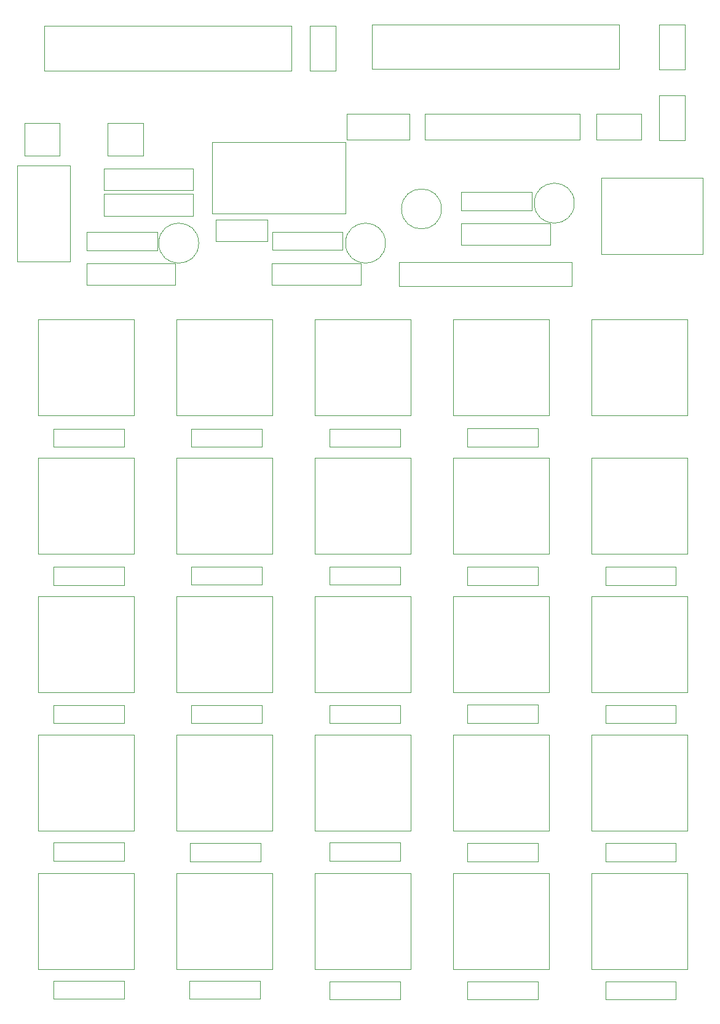
<source format=gbr>
%TF.GenerationSoftware,KiCad,Pcbnew,9.0.3+1*%
%TF.CreationDate,2025-09-14T03:51:47+09:00*%
%TF.ProjectId,kp25tk,6b703235-746b-42e6-9b69-6361645f7063,0.0.8*%
%TF.SameCoordinates,Original*%
%TF.FileFunction,Other,User*%
%FSLAX46Y46*%
G04 Gerber Fmt 4.6, Leading zero omitted, Abs format (unit mm)*
G04 Created by KiCad (PCBNEW 9.0.3+1) date 2025-09-14 03:51:47*
%MOMM*%
%LPD*%
G01*
G04 APERTURE LIST*
%ADD10C,0.050000*%
G04 APERTURE END LIST*
D10*
%TO.C,D21*%
X71115000Y-122250000D02*
X71115000Y-124750000D01*
X71115000Y-124750000D02*
X80835000Y-124750000D01*
X80835000Y-122250000D02*
X71115000Y-122250000D01*
X80835000Y-124750000D02*
X80835000Y-122250000D01*
%TO.C,R1*%
X82155000Y-80500000D02*
X82155000Y-83500000D01*
X82155000Y-83500000D02*
X94415000Y-83500000D01*
X94415000Y-80500000D02*
X82155000Y-80500000D01*
X94415000Y-83500000D02*
X94415000Y-80500000D01*
%TO.C,SW18*%
X126225000Y-107305000D02*
X139425000Y-107305000D01*
X126225000Y-120505000D02*
X126225000Y-107305000D01*
X139425000Y-107305000D02*
X139425000Y-120505000D01*
X139425000Y-120505000D02*
X126225000Y-120505000D01*
%TO.C,SW22*%
X88125000Y-88255000D02*
X101325000Y-88255000D01*
X88125000Y-101455000D02*
X88125000Y-88255000D01*
X101325000Y-88255000D02*
X101325000Y-101455000D01*
X101325000Y-101455000D02*
X88125000Y-101455000D01*
%TO.C,SW11*%
X107175000Y-126355000D02*
X120375000Y-126355000D01*
X107175000Y-139555000D02*
X107175000Y-126355000D01*
X120375000Y-126355000D02*
X120375000Y-139555000D01*
X120375000Y-139555000D02*
X107175000Y-139555000D01*
%TO.C,D19*%
X109115000Y-141250000D02*
X109115000Y-143750000D01*
X109115000Y-143750000D02*
X118835000Y-143750000D01*
X118835000Y-141250000D02*
X109115000Y-141250000D01*
X118835000Y-143750000D02*
X118835000Y-141250000D01*
%TO.C,SW21*%
X126225000Y-164455000D02*
X139425000Y-164455000D01*
X126225000Y-177655000D02*
X126225000Y-164455000D01*
X139425000Y-164455000D02*
X139425000Y-177655000D01*
X139425000Y-177655000D02*
X126225000Y-177655000D01*
%TO.C,R5*%
X59075000Y-71000000D02*
X59075000Y-74000000D01*
X59075000Y-74000000D02*
X71335000Y-74000000D01*
X71335000Y-71000000D02*
X59075000Y-71000000D01*
X71335000Y-74000000D02*
X71335000Y-71000000D01*
%TO.C,SW3*%
X107175000Y-164455000D02*
X120375000Y-164455000D01*
X107175000Y-177655000D02*
X107175000Y-164455000D01*
X120375000Y-164455000D02*
X120375000Y-177655000D01*
X120375000Y-177655000D02*
X107175000Y-177655000D01*
%TO.C,D2*%
X108235000Y-70750000D02*
X108235000Y-73250000D01*
X108235000Y-73250000D02*
X117955000Y-73250000D01*
X117955000Y-70750000D02*
X108235000Y-70750000D01*
X117955000Y-73250000D02*
X117955000Y-70750000D01*
%TO.C,SW5*%
X69075000Y-145405000D02*
X82275000Y-145405000D01*
X69075000Y-158605000D02*
X69075000Y-145405000D01*
X82275000Y-145405000D02*
X82275000Y-158605000D01*
X82275000Y-158605000D02*
X69075000Y-158605000D01*
%TO.C,U1*%
X73985000Y-63900000D02*
X73985000Y-73700000D01*
X73985000Y-73700000D02*
X92335000Y-73700000D01*
X92335000Y-63900000D02*
X73985000Y-63900000D01*
X92335000Y-73700000D02*
X92335000Y-63900000D01*
%TO.C,D10*%
X90115000Y-179305000D02*
X90115000Y-181805000D01*
X90115000Y-181805000D02*
X99835000Y-181805000D01*
X99835000Y-179305000D02*
X90115000Y-179305000D01*
X99835000Y-181805000D02*
X99835000Y-179305000D01*
%TO.C,D15*%
X109115000Y-160305000D02*
X109115000Y-162805000D01*
X109115000Y-162805000D02*
X118835000Y-162805000D01*
X118835000Y-160305000D02*
X109115000Y-160305000D01*
X118835000Y-162805000D02*
X118835000Y-160305000D01*
%TO.C,D29*%
X128115000Y-179305000D02*
X128115000Y-181805000D01*
X128115000Y-181805000D02*
X137835000Y-181805000D01*
X137835000Y-179305000D02*
X128115000Y-179305000D01*
X137835000Y-181805000D02*
X137835000Y-179305000D01*
%TO.C,SW23*%
X107175000Y-88255000D02*
X120375000Y-88255000D01*
X107175000Y-101455000D02*
X107175000Y-88255000D01*
X120375000Y-88255000D02*
X120375000Y-101455000D01*
X120375000Y-101455000D02*
X107175000Y-101455000D01*
%TO.C,D20*%
X52115000Y-122305000D02*
X52115000Y-124805000D01*
X52115000Y-124805000D02*
X61835000Y-124805000D01*
X61835000Y-122305000D02*
X52115000Y-122305000D01*
X61835000Y-124805000D02*
X61835000Y-122305000D01*
%TO.C,SW8*%
X50025000Y-126355000D02*
X63225000Y-126355000D01*
X50025000Y-139555000D02*
X50025000Y-126355000D01*
X63225000Y-126355000D02*
X63225000Y-139555000D01*
X63225000Y-139555000D02*
X50025000Y-139555000D01*
%TO.C,D27*%
X128115000Y-160305000D02*
X128115000Y-162805000D01*
X128115000Y-162805000D02*
X137835000Y-162805000D01*
X137835000Y-160305000D02*
X128115000Y-160305000D01*
X137835000Y-162805000D02*
X137835000Y-160305000D01*
%TO.C,D16*%
X52115000Y-141305000D02*
X52115000Y-143805000D01*
X52115000Y-143805000D02*
X61835000Y-143805000D01*
X61835000Y-141305000D02*
X52115000Y-141305000D01*
X61835000Y-143805000D02*
X61835000Y-141305000D01*
%TO.C,SW27*%
X47135000Y-67100000D02*
X47135000Y-80300000D01*
X47135000Y-80300000D02*
X54435000Y-80300000D01*
X54435000Y-67100000D02*
X47135000Y-67100000D01*
X54435000Y-80300000D02*
X54435000Y-67100000D01*
%TO.C,J3*%
X87385000Y-47885000D02*
X87385000Y-54035000D01*
X87385000Y-54035000D02*
X90985000Y-54035000D01*
X90985000Y-47885000D02*
X87385000Y-47885000D01*
X90985000Y-54035000D02*
X90985000Y-47885000D01*
%TO.C,SW19*%
X126225000Y-145405000D02*
X139425000Y-145405000D01*
X126225000Y-158605000D02*
X126225000Y-145405000D01*
X139425000Y-145405000D02*
X139425000Y-158605000D01*
X139425000Y-158605000D02*
X126225000Y-158605000D01*
%TO.C,D3*%
X56695000Y-76250000D02*
X56695000Y-78750000D01*
X56695000Y-78750000D02*
X66415000Y-78750000D01*
X66415000Y-76250000D02*
X56695000Y-76250000D01*
X66415000Y-78750000D02*
X66415000Y-76250000D01*
%TO.C,D5*%
X48095000Y-61250000D02*
X48095000Y-65750000D01*
X48095000Y-65750000D02*
X52945000Y-65750000D01*
X52945000Y-61250000D02*
X48095000Y-61250000D01*
X52945000Y-65750000D02*
X52945000Y-61250000D01*
%TO.C,C1*%
X97830000Y-77750000D02*
G75*
G02*
X92330000Y-77750000I-2750000J0D01*
G01*
X92330000Y-77750000D02*
G75*
G02*
X97830000Y-77750000I2750000J0D01*
G01*
%TO.C,D17*%
X71115000Y-141305000D02*
X71115000Y-143805000D01*
X71115000Y-143805000D02*
X80835000Y-143805000D01*
X80835000Y-141305000D02*
X71115000Y-141305000D01*
X80835000Y-143805000D02*
X80835000Y-141305000D01*
%TO.C,J7*%
X135485000Y-57425000D02*
X135485000Y-63575000D01*
X135485000Y-63575000D02*
X139085000Y-63575000D01*
X139085000Y-57425000D02*
X135485000Y-57425000D01*
X139085000Y-63575000D02*
X139085000Y-57425000D01*
%TO.C,D9*%
X70865000Y-179250000D02*
X70865000Y-181750000D01*
X70865000Y-181750000D02*
X80585000Y-181750000D01*
X80585000Y-179250000D02*
X70865000Y-179250000D01*
X80585000Y-181750000D02*
X80585000Y-179250000D01*
%TO.C,SW12*%
X50025000Y-107305000D02*
X63225000Y-107305000D01*
X50025000Y-120505000D02*
X50025000Y-107305000D01*
X63225000Y-107305000D02*
X63225000Y-120505000D01*
X63225000Y-120505000D02*
X50025000Y-120505000D01*
%TO.C,D24*%
X71115000Y-103305000D02*
X71115000Y-105805000D01*
X71115000Y-105805000D02*
X80835000Y-105805000D01*
X80835000Y-103305000D02*
X71115000Y-103305000D01*
X80835000Y-105805000D02*
X80835000Y-103305000D01*
%TO.C,SW24*%
X126225000Y-88255000D02*
X139425000Y-88255000D01*
X126225000Y-101455000D02*
X126225000Y-88255000D01*
X139425000Y-88255000D02*
X139425000Y-101455000D01*
X139425000Y-101455000D02*
X126225000Y-101455000D01*
%TO.C,C3*%
X72115000Y-77750000D02*
G75*
G02*
X66615000Y-77750000I-2750000J0D01*
G01*
X66615000Y-77750000D02*
G75*
G02*
X72115000Y-77750000I2750000J0D01*
G01*
%TO.C,J8*%
X135485000Y-47725000D02*
X135485000Y-53875000D01*
X135485000Y-53875000D02*
X139085000Y-53875000D01*
X139085000Y-47725000D02*
X135485000Y-47725000D01*
X139085000Y-53875000D02*
X139085000Y-47725000D01*
%TO.C,J4*%
X92475000Y-59955000D02*
X92475000Y-63555000D01*
X92475000Y-63555000D02*
X101125000Y-63555000D01*
X101125000Y-59955000D02*
X92475000Y-59955000D01*
X101125000Y-63555000D02*
X101125000Y-59955000D01*
%TO.C,C5*%
X105535000Y-73044888D02*
G75*
G02*
X100035000Y-73044888I-2750000J0D01*
G01*
X100035000Y-73044888D02*
G75*
G02*
X105535000Y-73044888I2750000J0D01*
G01*
%TO.C,D26*%
X128115000Y-122305000D02*
X128115000Y-124805000D01*
X128115000Y-124805000D02*
X137835000Y-124805000D01*
X137835000Y-122305000D02*
X128115000Y-122305000D01*
X137835000Y-124805000D02*
X137835000Y-122305000D01*
%TO.C,SW25*%
X127525000Y-68750000D02*
X127525000Y-79250000D01*
X127525000Y-68750000D02*
X141545000Y-68750000D01*
X141545000Y-79250000D02*
X127525000Y-79250000D01*
X141545000Y-79250000D02*
X141545000Y-68750000D01*
%TO.C,R3*%
X56655000Y-80500000D02*
X56655000Y-83500000D01*
X56655000Y-83500000D02*
X68915000Y-83500000D01*
X68915000Y-80500000D02*
X56655000Y-80500000D01*
X68915000Y-83500000D02*
X68915000Y-80500000D01*
%TO.C,D14*%
X90115000Y-160250000D02*
X90115000Y-162750000D01*
X90115000Y-162750000D02*
X99835000Y-162750000D01*
X99835000Y-160250000D02*
X90115000Y-160250000D01*
X99835000Y-162750000D02*
X99835000Y-160250000D01*
%TO.C,SW15*%
X107175000Y-107305000D02*
X120375000Y-107305000D01*
X107175000Y-120505000D02*
X107175000Y-107305000D01*
X120375000Y-107305000D02*
X120375000Y-120505000D01*
X120375000Y-120505000D02*
X107175000Y-120505000D01*
%TO.C,D30*%
X90115000Y-103305000D02*
X90115000Y-105805000D01*
X90115000Y-105805000D02*
X99835000Y-105805000D01*
X99835000Y-103305000D02*
X90115000Y-103305000D01*
X99835000Y-105805000D02*
X99835000Y-103305000D01*
%TO.C,SW20*%
X126225000Y-126355000D02*
X139425000Y-126355000D01*
X126225000Y-139555000D02*
X126225000Y-126355000D01*
X139425000Y-126355000D02*
X139425000Y-139555000D01*
X139425000Y-139555000D02*
X126225000Y-139555000D01*
%TO.C,SW0*%
X50025000Y-164455000D02*
X63225000Y-164455000D01*
X50025000Y-177655000D02*
X50025000Y-164455000D01*
X63225000Y-164455000D02*
X63225000Y-177655000D01*
X63225000Y-177655000D02*
X50025000Y-177655000D01*
%TO.C,D22*%
X90115000Y-122250000D02*
X90115000Y-124750000D01*
X90115000Y-124750000D02*
X99835000Y-124750000D01*
X99835000Y-122250000D02*
X90115000Y-122250000D01*
X99835000Y-124750000D02*
X99835000Y-122250000D01*
%TO.C,RN1*%
X99735000Y-80350000D02*
X99735000Y-83650000D01*
X99735000Y-83650000D02*
X123485000Y-83650000D01*
X123485000Y-80350000D02*
X99735000Y-80350000D01*
X123485000Y-83650000D02*
X123485000Y-80350000D01*
%TO.C,SW14*%
X88125000Y-107305000D02*
X101325000Y-107305000D01*
X88125000Y-120505000D02*
X88125000Y-107305000D01*
X101325000Y-107305000D02*
X101325000Y-120505000D01*
X101325000Y-120505000D02*
X88125000Y-120505000D01*
%TO.C,J2*%
X95945000Y-47660000D02*
X95945000Y-53810000D01*
X95945000Y-53810000D02*
X129995000Y-53810000D01*
X129995000Y-47660000D02*
X95945000Y-47660000D01*
X129995000Y-53810000D02*
X129995000Y-47660000D01*
%TO.C,D18*%
X90115000Y-141305000D02*
X90115000Y-143805000D01*
X90115000Y-143805000D02*
X99835000Y-143805000D01*
X99835000Y-141305000D02*
X90115000Y-141305000D01*
X99835000Y-143805000D02*
X99835000Y-141305000D01*
%TO.C,SW10*%
X88125000Y-126355000D02*
X101325000Y-126355000D01*
X88125000Y-139555000D02*
X88125000Y-126355000D01*
X101325000Y-126355000D02*
X101325000Y-139555000D01*
X101325000Y-139555000D02*
X88125000Y-139555000D01*
%TO.C,SW13*%
X69075000Y-107305000D02*
X82275000Y-107305000D01*
X69075000Y-120505000D02*
X69075000Y-107305000D01*
X82275000Y-107305000D02*
X82275000Y-120505000D01*
X82275000Y-120505000D02*
X69075000Y-120505000D01*
%TO.C,D25*%
X52115000Y-103305000D02*
X52115000Y-105805000D01*
X52115000Y-105805000D02*
X61835000Y-105805000D01*
X61835000Y-103305000D02*
X52115000Y-103305000D01*
X61835000Y-105805000D02*
X61835000Y-103305000D01*
%TO.C,J1*%
X50835000Y-47860000D02*
X50835000Y-54010000D01*
X50835000Y-54010000D02*
X84885000Y-54010000D01*
X84885000Y-47860000D02*
X50835000Y-47860000D01*
X84885000Y-54010000D02*
X84885000Y-47860000D01*
%TO.C,SW9*%
X69075000Y-126355000D02*
X82275000Y-126355000D01*
X69075000Y-139555000D02*
X69075000Y-126355000D01*
X82275000Y-126355000D02*
X82275000Y-139555000D01*
X82275000Y-139555000D02*
X69075000Y-139555000D01*
%TO.C,R2*%
X108235000Y-75000000D02*
X108235000Y-78000000D01*
X108235000Y-78000000D02*
X120495000Y-78000000D01*
X120495000Y-75000000D02*
X108235000Y-75000000D01*
X120495000Y-78000000D02*
X120495000Y-75000000D01*
%TO.C,R4*%
X59075000Y-67500000D02*
X59075000Y-70500000D01*
X59075000Y-70500000D02*
X71335000Y-70500000D01*
X71335000Y-67500000D02*
X59075000Y-67500000D01*
X71335000Y-70500000D02*
X71335000Y-67500000D01*
%TO.C,D1*%
X82220000Y-76195000D02*
X82220000Y-78695000D01*
X82220000Y-78695000D02*
X91940000Y-78695000D01*
X91940000Y-76195000D02*
X82220000Y-76195000D01*
X91940000Y-78695000D02*
X91940000Y-76195000D01*
%TO.C,J5*%
X103235000Y-59950000D02*
X103235000Y-63550000D01*
X103235000Y-63550000D02*
X124585000Y-63550000D01*
X124585000Y-59950000D02*
X103235000Y-59950000D01*
X124585000Y-63550000D02*
X124585000Y-59950000D01*
%TO.C,SW2*%
X88125000Y-164455000D02*
X101325000Y-164455000D01*
X88125000Y-177655000D02*
X88125000Y-164455000D01*
X101325000Y-164455000D02*
X101325000Y-177655000D01*
X101325000Y-177655000D02*
X88125000Y-177655000D01*
%TO.C,C2*%
X123829888Y-72250000D02*
G75*
G02*
X118329888Y-72250000I-2750000J0D01*
G01*
X118329888Y-72250000D02*
G75*
G02*
X123829888Y-72250000I2750000J0D01*
G01*
%TO.C,SW17*%
X50025000Y-88255000D02*
X63225000Y-88255000D01*
X50025000Y-101455000D02*
X50025000Y-88255000D01*
X63225000Y-88255000D02*
X63225000Y-101455000D01*
X63225000Y-101455000D02*
X50025000Y-101455000D01*
%TO.C,D8*%
X52115000Y-179250000D02*
X52115000Y-181750000D01*
X52115000Y-181750000D02*
X61835000Y-181750000D01*
X61835000Y-179250000D02*
X52115000Y-179250000D01*
X61835000Y-181750000D02*
X61835000Y-179250000D01*
%TO.C,D11*%
X109115000Y-179305000D02*
X109115000Y-181805000D01*
X109115000Y-181805000D02*
X118835000Y-181805000D01*
X118835000Y-179305000D02*
X109115000Y-179305000D01*
X118835000Y-181805000D02*
X118835000Y-179305000D01*
%TO.C,D23*%
X109115000Y-122305000D02*
X109115000Y-124805000D01*
X109115000Y-124805000D02*
X118835000Y-124805000D01*
X118835000Y-122305000D02*
X109115000Y-122305000D01*
X118835000Y-124805000D02*
X118835000Y-122305000D01*
%TO.C,SW16*%
X69075000Y-88255000D02*
X82275000Y-88255000D01*
X69075000Y-101455000D02*
X69075000Y-88255000D01*
X82275000Y-88255000D02*
X82275000Y-101455000D01*
X82275000Y-101455000D02*
X69075000Y-101455000D01*
%TO.C,D4*%
X59595000Y-61250000D02*
X59595000Y-65750000D01*
X59595000Y-65750000D02*
X64445000Y-65750000D01*
X64445000Y-61250000D02*
X59595000Y-61250000D01*
X64445000Y-65750000D02*
X64445000Y-61250000D01*
%TO.C,D28*%
X128115000Y-141305000D02*
X128115000Y-143805000D01*
X128115000Y-143805000D02*
X137835000Y-143805000D01*
X137835000Y-141305000D02*
X128115000Y-141305000D01*
X137835000Y-143805000D02*
X137835000Y-141305000D01*
%TO.C,C4*%
X74485000Y-74500000D02*
X74485000Y-77500000D01*
X74485000Y-77500000D02*
X81585000Y-77500000D01*
X81585000Y-74500000D02*
X74485000Y-74500000D01*
X81585000Y-77500000D02*
X81585000Y-74500000D01*
%TO.C,D12*%
X52115000Y-160250000D02*
X52115000Y-162750000D01*
X52115000Y-162750000D02*
X61835000Y-162750000D01*
X61835000Y-160250000D02*
X52115000Y-160250000D01*
X61835000Y-162750000D02*
X61835000Y-160250000D01*
%TO.C,SW6*%
X88125000Y-145405000D02*
X101325000Y-145405000D01*
X88125000Y-158605000D02*
X88125000Y-145405000D01*
X101325000Y-145405000D02*
X101325000Y-158605000D01*
X101325000Y-158605000D02*
X88125000Y-158605000D01*
%TO.C,SW4*%
X50025000Y-145405000D02*
X63225000Y-145405000D01*
X50025000Y-158605000D02*
X50025000Y-145405000D01*
X63225000Y-145405000D02*
X63225000Y-158605000D01*
X63225000Y-158605000D02*
X50025000Y-158605000D01*
%TO.C,D13*%
X70925000Y-160305000D02*
X70925000Y-162805000D01*
X70925000Y-162805000D02*
X80645000Y-162805000D01*
X80645000Y-160305000D02*
X70925000Y-160305000D01*
X80645000Y-162805000D02*
X80645000Y-160305000D01*
%TO.C,SW7*%
X107175000Y-145405000D02*
X120375000Y-145405000D01*
X107175000Y-158605000D02*
X107175000Y-145405000D01*
X120375000Y-145405000D02*
X120375000Y-158605000D01*
X120375000Y-158605000D02*
X107175000Y-158605000D01*
%TO.C,D31*%
X109115000Y-103250000D02*
X109115000Y-105750000D01*
X109115000Y-105750000D02*
X118835000Y-105750000D01*
X118835000Y-103250000D02*
X109115000Y-103250000D01*
X118835000Y-105750000D02*
X118835000Y-103250000D01*
%TO.C,J6*%
X126910000Y-59950000D02*
X126910000Y-63550000D01*
X126910000Y-63550000D02*
X133060000Y-63550000D01*
X133060000Y-59950000D02*
X126910000Y-59950000D01*
X133060000Y-63550000D02*
X133060000Y-59950000D01*
%TO.C,SW1*%
X69075000Y-164455000D02*
X82275000Y-164455000D01*
X69075000Y-177655000D02*
X69075000Y-164455000D01*
X82275000Y-164455000D02*
X82275000Y-177655000D01*
X82275000Y-177655000D02*
X69075000Y-177655000D01*
%TD*%
M02*

</source>
